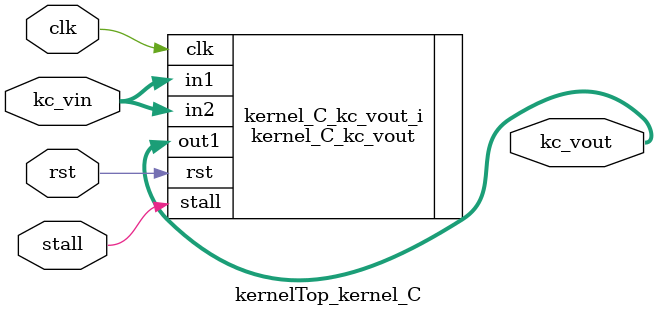
<source format=v>


module kernelTop_kernel_C
#(  
   parameter DATAW     = 32
)

(
// =============================================================================
// ** Ports 
// =============================================================================
    input clk   
  , input rst   	
  , input stall
  
  , input [DATAW-1:0] kc_vin
  , output [DATAW-1:0] kc_vout
);



kernel_C_kc_vout 
kernel_C_kc_vout_i (
  .clk   (clk)
, .rst   (rst)
, .stall (stall)
, .out1  (kc_vout)
, .in2  (kc_vin)
, .in1  (kc_vin)
);


endmodule 
</source>
